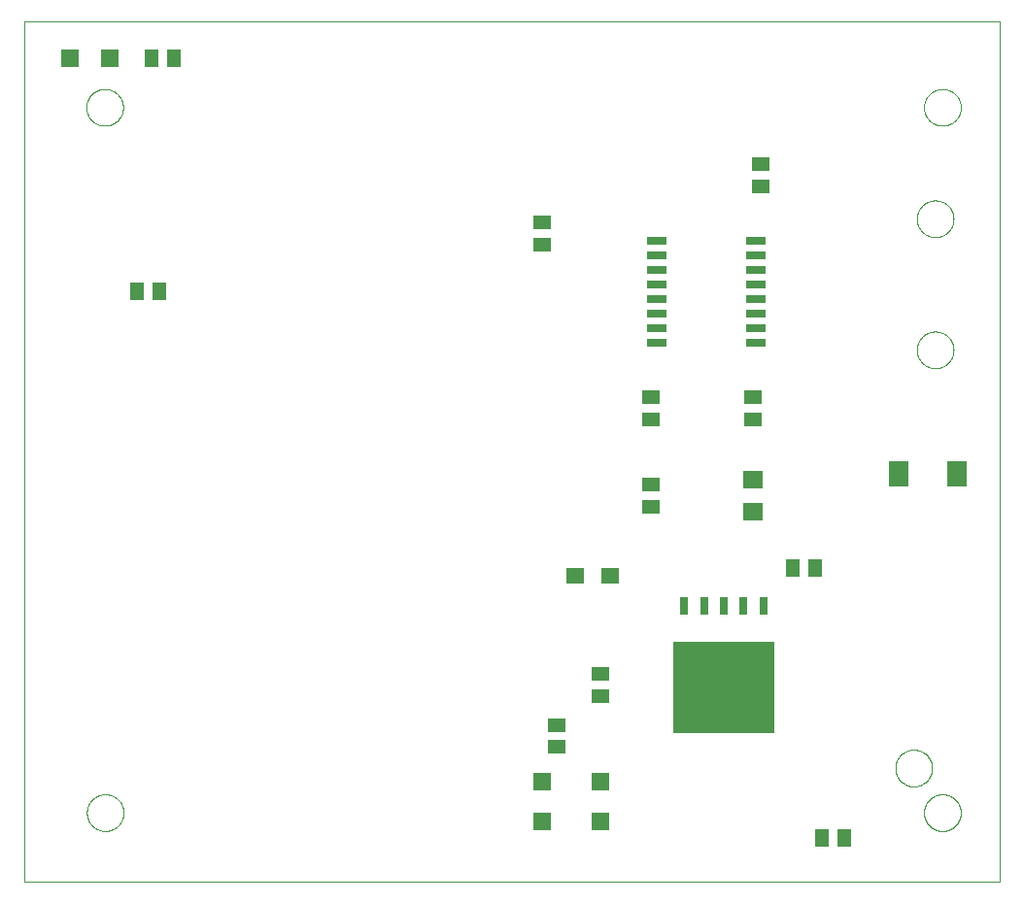
<source format=gtp>
G75*
%MOIN*%
%OFA0B0*%
%FSLAX25Y25*%
%IPPOS*%
%LPD*%
%AMOC8*
5,1,8,0,0,1.08239X$1,22.5*
%
%ADD10C,0.00000*%
%ADD11R,0.07087X0.08661*%
%ADD12R,0.06575X0.02992*%
%ADD13R,0.05906X0.05118*%
%ADD14R,0.07087X0.06299*%
%ADD15R,0.02953X0.05906*%
%ADD16R,0.34646X0.31496*%
%ADD17R,0.06299X0.05512*%
%ADD18R,0.05118X0.05906*%
%ADD19R,0.05906X0.05906*%
D10*
X0021800Y0006800D02*
X0021800Y0302076D01*
X0356446Y0302076D01*
X0356446Y0006800D01*
X0021800Y0006800D01*
X0043218Y0030422D02*
X0043220Y0030580D01*
X0043226Y0030738D01*
X0043236Y0030896D01*
X0043250Y0031054D01*
X0043268Y0031211D01*
X0043289Y0031368D01*
X0043315Y0031524D01*
X0043345Y0031680D01*
X0043378Y0031835D01*
X0043416Y0031988D01*
X0043457Y0032141D01*
X0043502Y0032293D01*
X0043551Y0032444D01*
X0043604Y0032593D01*
X0043660Y0032741D01*
X0043720Y0032887D01*
X0043784Y0033032D01*
X0043852Y0033175D01*
X0043923Y0033317D01*
X0043997Y0033457D01*
X0044075Y0033594D01*
X0044157Y0033730D01*
X0044241Y0033864D01*
X0044330Y0033995D01*
X0044421Y0034124D01*
X0044516Y0034251D01*
X0044613Y0034376D01*
X0044714Y0034498D01*
X0044818Y0034617D01*
X0044925Y0034734D01*
X0045035Y0034848D01*
X0045148Y0034959D01*
X0045263Y0035068D01*
X0045381Y0035173D01*
X0045502Y0035275D01*
X0045625Y0035375D01*
X0045751Y0035471D01*
X0045879Y0035564D01*
X0046009Y0035654D01*
X0046142Y0035740D01*
X0046277Y0035824D01*
X0046413Y0035903D01*
X0046552Y0035980D01*
X0046693Y0036052D01*
X0046835Y0036122D01*
X0046979Y0036187D01*
X0047125Y0036249D01*
X0047272Y0036307D01*
X0047421Y0036362D01*
X0047571Y0036413D01*
X0047722Y0036460D01*
X0047874Y0036503D01*
X0048027Y0036542D01*
X0048182Y0036578D01*
X0048337Y0036609D01*
X0048493Y0036637D01*
X0048649Y0036661D01*
X0048806Y0036681D01*
X0048964Y0036697D01*
X0049121Y0036709D01*
X0049280Y0036717D01*
X0049438Y0036721D01*
X0049596Y0036721D01*
X0049754Y0036717D01*
X0049913Y0036709D01*
X0050070Y0036697D01*
X0050228Y0036681D01*
X0050385Y0036661D01*
X0050541Y0036637D01*
X0050697Y0036609D01*
X0050852Y0036578D01*
X0051007Y0036542D01*
X0051160Y0036503D01*
X0051312Y0036460D01*
X0051463Y0036413D01*
X0051613Y0036362D01*
X0051762Y0036307D01*
X0051909Y0036249D01*
X0052055Y0036187D01*
X0052199Y0036122D01*
X0052341Y0036052D01*
X0052482Y0035980D01*
X0052621Y0035903D01*
X0052757Y0035824D01*
X0052892Y0035740D01*
X0053025Y0035654D01*
X0053155Y0035564D01*
X0053283Y0035471D01*
X0053409Y0035375D01*
X0053532Y0035275D01*
X0053653Y0035173D01*
X0053771Y0035068D01*
X0053886Y0034959D01*
X0053999Y0034848D01*
X0054109Y0034734D01*
X0054216Y0034617D01*
X0054320Y0034498D01*
X0054421Y0034376D01*
X0054518Y0034251D01*
X0054613Y0034124D01*
X0054704Y0033995D01*
X0054793Y0033864D01*
X0054877Y0033730D01*
X0054959Y0033594D01*
X0055037Y0033457D01*
X0055111Y0033317D01*
X0055182Y0033175D01*
X0055250Y0033032D01*
X0055314Y0032887D01*
X0055374Y0032741D01*
X0055430Y0032593D01*
X0055483Y0032444D01*
X0055532Y0032293D01*
X0055577Y0032141D01*
X0055618Y0031988D01*
X0055656Y0031835D01*
X0055689Y0031680D01*
X0055719Y0031524D01*
X0055745Y0031368D01*
X0055766Y0031211D01*
X0055784Y0031054D01*
X0055798Y0030896D01*
X0055808Y0030738D01*
X0055814Y0030580D01*
X0055816Y0030422D01*
X0055814Y0030264D01*
X0055808Y0030106D01*
X0055798Y0029948D01*
X0055784Y0029790D01*
X0055766Y0029633D01*
X0055745Y0029476D01*
X0055719Y0029320D01*
X0055689Y0029164D01*
X0055656Y0029009D01*
X0055618Y0028856D01*
X0055577Y0028703D01*
X0055532Y0028551D01*
X0055483Y0028400D01*
X0055430Y0028251D01*
X0055374Y0028103D01*
X0055314Y0027957D01*
X0055250Y0027812D01*
X0055182Y0027669D01*
X0055111Y0027527D01*
X0055037Y0027387D01*
X0054959Y0027250D01*
X0054877Y0027114D01*
X0054793Y0026980D01*
X0054704Y0026849D01*
X0054613Y0026720D01*
X0054518Y0026593D01*
X0054421Y0026468D01*
X0054320Y0026346D01*
X0054216Y0026227D01*
X0054109Y0026110D01*
X0053999Y0025996D01*
X0053886Y0025885D01*
X0053771Y0025776D01*
X0053653Y0025671D01*
X0053532Y0025569D01*
X0053409Y0025469D01*
X0053283Y0025373D01*
X0053155Y0025280D01*
X0053025Y0025190D01*
X0052892Y0025104D01*
X0052757Y0025020D01*
X0052621Y0024941D01*
X0052482Y0024864D01*
X0052341Y0024792D01*
X0052199Y0024722D01*
X0052055Y0024657D01*
X0051909Y0024595D01*
X0051762Y0024537D01*
X0051613Y0024482D01*
X0051463Y0024431D01*
X0051312Y0024384D01*
X0051160Y0024341D01*
X0051007Y0024302D01*
X0050852Y0024266D01*
X0050697Y0024235D01*
X0050541Y0024207D01*
X0050385Y0024183D01*
X0050228Y0024163D01*
X0050070Y0024147D01*
X0049913Y0024135D01*
X0049754Y0024127D01*
X0049596Y0024123D01*
X0049438Y0024123D01*
X0049280Y0024127D01*
X0049121Y0024135D01*
X0048964Y0024147D01*
X0048806Y0024163D01*
X0048649Y0024183D01*
X0048493Y0024207D01*
X0048337Y0024235D01*
X0048182Y0024266D01*
X0048027Y0024302D01*
X0047874Y0024341D01*
X0047722Y0024384D01*
X0047571Y0024431D01*
X0047421Y0024482D01*
X0047272Y0024537D01*
X0047125Y0024595D01*
X0046979Y0024657D01*
X0046835Y0024722D01*
X0046693Y0024792D01*
X0046552Y0024864D01*
X0046413Y0024941D01*
X0046277Y0025020D01*
X0046142Y0025104D01*
X0046009Y0025190D01*
X0045879Y0025280D01*
X0045751Y0025373D01*
X0045625Y0025469D01*
X0045502Y0025569D01*
X0045381Y0025671D01*
X0045263Y0025776D01*
X0045148Y0025885D01*
X0045035Y0025996D01*
X0044925Y0026110D01*
X0044818Y0026227D01*
X0044714Y0026346D01*
X0044613Y0026468D01*
X0044516Y0026593D01*
X0044421Y0026720D01*
X0044330Y0026849D01*
X0044241Y0026980D01*
X0044157Y0027114D01*
X0044075Y0027250D01*
X0043997Y0027387D01*
X0043923Y0027527D01*
X0043852Y0027669D01*
X0043784Y0027812D01*
X0043720Y0027957D01*
X0043660Y0028103D01*
X0043604Y0028251D01*
X0043551Y0028400D01*
X0043502Y0028551D01*
X0043457Y0028703D01*
X0043416Y0028856D01*
X0043378Y0029009D01*
X0043345Y0029164D01*
X0043315Y0029320D01*
X0043289Y0029476D01*
X0043268Y0029633D01*
X0043250Y0029790D01*
X0043236Y0029948D01*
X0043226Y0030106D01*
X0043220Y0030264D01*
X0043218Y0030422D01*
X0320619Y0045737D02*
X0320621Y0045895D01*
X0320627Y0046053D01*
X0320637Y0046211D01*
X0320651Y0046369D01*
X0320669Y0046526D01*
X0320690Y0046683D01*
X0320716Y0046839D01*
X0320746Y0046995D01*
X0320779Y0047150D01*
X0320817Y0047303D01*
X0320858Y0047456D01*
X0320903Y0047608D01*
X0320952Y0047759D01*
X0321005Y0047908D01*
X0321061Y0048056D01*
X0321121Y0048202D01*
X0321185Y0048347D01*
X0321253Y0048490D01*
X0321324Y0048632D01*
X0321398Y0048772D01*
X0321476Y0048909D01*
X0321558Y0049045D01*
X0321642Y0049179D01*
X0321731Y0049310D01*
X0321822Y0049439D01*
X0321917Y0049566D01*
X0322014Y0049691D01*
X0322115Y0049813D01*
X0322219Y0049932D01*
X0322326Y0050049D01*
X0322436Y0050163D01*
X0322549Y0050274D01*
X0322664Y0050383D01*
X0322782Y0050488D01*
X0322903Y0050590D01*
X0323026Y0050690D01*
X0323152Y0050786D01*
X0323280Y0050879D01*
X0323410Y0050969D01*
X0323543Y0051055D01*
X0323678Y0051139D01*
X0323814Y0051218D01*
X0323953Y0051295D01*
X0324094Y0051367D01*
X0324236Y0051437D01*
X0324380Y0051502D01*
X0324526Y0051564D01*
X0324673Y0051622D01*
X0324822Y0051677D01*
X0324972Y0051728D01*
X0325123Y0051775D01*
X0325275Y0051818D01*
X0325428Y0051857D01*
X0325583Y0051893D01*
X0325738Y0051924D01*
X0325894Y0051952D01*
X0326050Y0051976D01*
X0326207Y0051996D01*
X0326365Y0052012D01*
X0326522Y0052024D01*
X0326681Y0052032D01*
X0326839Y0052036D01*
X0326997Y0052036D01*
X0327155Y0052032D01*
X0327314Y0052024D01*
X0327471Y0052012D01*
X0327629Y0051996D01*
X0327786Y0051976D01*
X0327942Y0051952D01*
X0328098Y0051924D01*
X0328253Y0051893D01*
X0328408Y0051857D01*
X0328561Y0051818D01*
X0328713Y0051775D01*
X0328864Y0051728D01*
X0329014Y0051677D01*
X0329163Y0051622D01*
X0329310Y0051564D01*
X0329456Y0051502D01*
X0329600Y0051437D01*
X0329742Y0051367D01*
X0329883Y0051295D01*
X0330022Y0051218D01*
X0330158Y0051139D01*
X0330293Y0051055D01*
X0330426Y0050969D01*
X0330556Y0050879D01*
X0330684Y0050786D01*
X0330810Y0050690D01*
X0330933Y0050590D01*
X0331054Y0050488D01*
X0331172Y0050383D01*
X0331287Y0050274D01*
X0331400Y0050163D01*
X0331510Y0050049D01*
X0331617Y0049932D01*
X0331721Y0049813D01*
X0331822Y0049691D01*
X0331919Y0049566D01*
X0332014Y0049439D01*
X0332105Y0049310D01*
X0332194Y0049179D01*
X0332278Y0049045D01*
X0332360Y0048909D01*
X0332438Y0048772D01*
X0332512Y0048632D01*
X0332583Y0048490D01*
X0332651Y0048347D01*
X0332715Y0048202D01*
X0332775Y0048056D01*
X0332831Y0047908D01*
X0332884Y0047759D01*
X0332933Y0047608D01*
X0332978Y0047456D01*
X0333019Y0047303D01*
X0333057Y0047150D01*
X0333090Y0046995D01*
X0333120Y0046839D01*
X0333146Y0046683D01*
X0333167Y0046526D01*
X0333185Y0046369D01*
X0333199Y0046211D01*
X0333209Y0046053D01*
X0333215Y0045895D01*
X0333217Y0045737D01*
X0333215Y0045579D01*
X0333209Y0045421D01*
X0333199Y0045263D01*
X0333185Y0045105D01*
X0333167Y0044948D01*
X0333146Y0044791D01*
X0333120Y0044635D01*
X0333090Y0044479D01*
X0333057Y0044324D01*
X0333019Y0044171D01*
X0332978Y0044018D01*
X0332933Y0043866D01*
X0332884Y0043715D01*
X0332831Y0043566D01*
X0332775Y0043418D01*
X0332715Y0043272D01*
X0332651Y0043127D01*
X0332583Y0042984D01*
X0332512Y0042842D01*
X0332438Y0042702D01*
X0332360Y0042565D01*
X0332278Y0042429D01*
X0332194Y0042295D01*
X0332105Y0042164D01*
X0332014Y0042035D01*
X0331919Y0041908D01*
X0331822Y0041783D01*
X0331721Y0041661D01*
X0331617Y0041542D01*
X0331510Y0041425D01*
X0331400Y0041311D01*
X0331287Y0041200D01*
X0331172Y0041091D01*
X0331054Y0040986D01*
X0330933Y0040884D01*
X0330810Y0040784D01*
X0330684Y0040688D01*
X0330556Y0040595D01*
X0330426Y0040505D01*
X0330293Y0040419D01*
X0330158Y0040335D01*
X0330022Y0040256D01*
X0329883Y0040179D01*
X0329742Y0040107D01*
X0329600Y0040037D01*
X0329456Y0039972D01*
X0329310Y0039910D01*
X0329163Y0039852D01*
X0329014Y0039797D01*
X0328864Y0039746D01*
X0328713Y0039699D01*
X0328561Y0039656D01*
X0328408Y0039617D01*
X0328253Y0039581D01*
X0328098Y0039550D01*
X0327942Y0039522D01*
X0327786Y0039498D01*
X0327629Y0039478D01*
X0327471Y0039462D01*
X0327314Y0039450D01*
X0327155Y0039442D01*
X0326997Y0039438D01*
X0326839Y0039438D01*
X0326681Y0039442D01*
X0326522Y0039450D01*
X0326365Y0039462D01*
X0326207Y0039478D01*
X0326050Y0039498D01*
X0325894Y0039522D01*
X0325738Y0039550D01*
X0325583Y0039581D01*
X0325428Y0039617D01*
X0325275Y0039656D01*
X0325123Y0039699D01*
X0324972Y0039746D01*
X0324822Y0039797D01*
X0324673Y0039852D01*
X0324526Y0039910D01*
X0324380Y0039972D01*
X0324236Y0040037D01*
X0324094Y0040107D01*
X0323953Y0040179D01*
X0323814Y0040256D01*
X0323678Y0040335D01*
X0323543Y0040419D01*
X0323410Y0040505D01*
X0323280Y0040595D01*
X0323152Y0040688D01*
X0323026Y0040784D01*
X0322903Y0040884D01*
X0322782Y0040986D01*
X0322664Y0041091D01*
X0322549Y0041200D01*
X0322436Y0041311D01*
X0322326Y0041425D01*
X0322219Y0041542D01*
X0322115Y0041661D01*
X0322014Y0041783D01*
X0321917Y0041908D01*
X0321822Y0042035D01*
X0321731Y0042164D01*
X0321642Y0042295D01*
X0321558Y0042429D01*
X0321476Y0042565D01*
X0321398Y0042702D01*
X0321324Y0042842D01*
X0321253Y0042984D01*
X0321185Y0043127D01*
X0321121Y0043272D01*
X0321061Y0043418D01*
X0321005Y0043566D01*
X0320952Y0043715D01*
X0320903Y0043866D01*
X0320858Y0044018D01*
X0320817Y0044171D01*
X0320779Y0044324D01*
X0320746Y0044479D01*
X0320716Y0044635D01*
X0320690Y0044791D01*
X0320669Y0044948D01*
X0320651Y0045105D01*
X0320637Y0045263D01*
X0320627Y0045421D01*
X0320621Y0045579D01*
X0320619Y0045737D01*
X0330462Y0030422D02*
X0330464Y0030580D01*
X0330470Y0030738D01*
X0330480Y0030896D01*
X0330494Y0031054D01*
X0330512Y0031211D01*
X0330533Y0031368D01*
X0330559Y0031524D01*
X0330589Y0031680D01*
X0330622Y0031835D01*
X0330660Y0031988D01*
X0330701Y0032141D01*
X0330746Y0032293D01*
X0330795Y0032444D01*
X0330848Y0032593D01*
X0330904Y0032741D01*
X0330964Y0032887D01*
X0331028Y0033032D01*
X0331096Y0033175D01*
X0331167Y0033317D01*
X0331241Y0033457D01*
X0331319Y0033594D01*
X0331401Y0033730D01*
X0331485Y0033864D01*
X0331574Y0033995D01*
X0331665Y0034124D01*
X0331760Y0034251D01*
X0331857Y0034376D01*
X0331958Y0034498D01*
X0332062Y0034617D01*
X0332169Y0034734D01*
X0332279Y0034848D01*
X0332392Y0034959D01*
X0332507Y0035068D01*
X0332625Y0035173D01*
X0332746Y0035275D01*
X0332869Y0035375D01*
X0332995Y0035471D01*
X0333123Y0035564D01*
X0333253Y0035654D01*
X0333386Y0035740D01*
X0333521Y0035824D01*
X0333657Y0035903D01*
X0333796Y0035980D01*
X0333937Y0036052D01*
X0334079Y0036122D01*
X0334223Y0036187D01*
X0334369Y0036249D01*
X0334516Y0036307D01*
X0334665Y0036362D01*
X0334815Y0036413D01*
X0334966Y0036460D01*
X0335118Y0036503D01*
X0335271Y0036542D01*
X0335426Y0036578D01*
X0335581Y0036609D01*
X0335737Y0036637D01*
X0335893Y0036661D01*
X0336050Y0036681D01*
X0336208Y0036697D01*
X0336365Y0036709D01*
X0336524Y0036717D01*
X0336682Y0036721D01*
X0336840Y0036721D01*
X0336998Y0036717D01*
X0337157Y0036709D01*
X0337314Y0036697D01*
X0337472Y0036681D01*
X0337629Y0036661D01*
X0337785Y0036637D01*
X0337941Y0036609D01*
X0338096Y0036578D01*
X0338251Y0036542D01*
X0338404Y0036503D01*
X0338556Y0036460D01*
X0338707Y0036413D01*
X0338857Y0036362D01*
X0339006Y0036307D01*
X0339153Y0036249D01*
X0339299Y0036187D01*
X0339443Y0036122D01*
X0339585Y0036052D01*
X0339726Y0035980D01*
X0339865Y0035903D01*
X0340001Y0035824D01*
X0340136Y0035740D01*
X0340269Y0035654D01*
X0340399Y0035564D01*
X0340527Y0035471D01*
X0340653Y0035375D01*
X0340776Y0035275D01*
X0340897Y0035173D01*
X0341015Y0035068D01*
X0341130Y0034959D01*
X0341243Y0034848D01*
X0341353Y0034734D01*
X0341460Y0034617D01*
X0341564Y0034498D01*
X0341665Y0034376D01*
X0341762Y0034251D01*
X0341857Y0034124D01*
X0341948Y0033995D01*
X0342037Y0033864D01*
X0342121Y0033730D01*
X0342203Y0033594D01*
X0342281Y0033457D01*
X0342355Y0033317D01*
X0342426Y0033175D01*
X0342494Y0033032D01*
X0342558Y0032887D01*
X0342618Y0032741D01*
X0342674Y0032593D01*
X0342727Y0032444D01*
X0342776Y0032293D01*
X0342821Y0032141D01*
X0342862Y0031988D01*
X0342900Y0031835D01*
X0342933Y0031680D01*
X0342963Y0031524D01*
X0342989Y0031368D01*
X0343010Y0031211D01*
X0343028Y0031054D01*
X0343042Y0030896D01*
X0343052Y0030738D01*
X0343058Y0030580D01*
X0343060Y0030422D01*
X0343058Y0030264D01*
X0343052Y0030106D01*
X0343042Y0029948D01*
X0343028Y0029790D01*
X0343010Y0029633D01*
X0342989Y0029476D01*
X0342963Y0029320D01*
X0342933Y0029164D01*
X0342900Y0029009D01*
X0342862Y0028856D01*
X0342821Y0028703D01*
X0342776Y0028551D01*
X0342727Y0028400D01*
X0342674Y0028251D01*
X0342618Y0028103D01*
X0342558Y0027957D01*
X0342494Y0027812D01*
X0342426Y0027669D01*
X0342355Y0027527D01*
X0342281Y0027387D01*
X0342203Y0027250D01*
X0342121Y0027114D01*
X0342037Y0026980D01*
X0341948Y0026849D01*
X0341857Y0026720D01*
X0341762Y0026593D01*
X0341665Y0026468D01*
X0341564Y0026346D01*
X0341460Y0026227D01*
X0341353Y0026110D01*
X0341243Y0025996D01*
X0341130Y0025885D01*
X0341015Y0025776D01*
X0340897Y0025671D01*
X0340776Y0025569D01*
X0340653Y0025469D01*
X0340527Y0025373D01*
X0340399Y0025280D01*
X0340269Y0025190D01*
X0340136Y0025104D01*
X0340001Y0025020D01*
X0339865Y0024941D01*
X0339726Y0024864D01*
X0339585Y0024792D01*
X0339443Y0024722D01*
X0339299Y0024657D01*
X0339153Y0024595D01*
X0339006Y0024537D01*
X0338857Y0024482D01*
X0338707Y0024431D01*
X0338556Y0024384D01*
X0338404Y0024341D01*
X0338251Y0024302D01*
X0338096Y0024266D01*
X0337941Y0024235D01*
X0337785Y0024207D01*
X0337629Y0024183D01*
X0337472Y0024163D01*
X0337314Y0024147D01*
X0337157Y0024135D01*
X0336998Y0024127D01*
X0336840Y0024123D01*
X0336682Y0024123D01*
X0336524Y0024127D01*
X0336365Y0024135D01*
X0336208Y0024147D01*
X0336050Y0024163D01*
X0335893Y0024183D01*
X0335737Y0024207D01*
X0335581Y0024235D01*
X0335426Y0024266D01*
X0335271Y0024302D01*
X0335118Y0024341D01*
X0334966Y0024384D01*
X0334815Y0024431D01*
X0334665Y0024482D01*
X0334516Y0024537D01*
X0334369Y0024595D01*
X0334223Y0024657D01*
X0334079Y0024722D01*
X0333937Y0024792D01*
X0333796Y0024864D01*
X0333657Y0024941D01*
X0333521Y0025020D01*
X0333386Y0025104D01*
X0333253Y0025190D01*
X0333123Y0025280D01*
X0332995Y0025373D01*
X0332869Y0025469D01*
X0332746Y0025569D01*
X0332625Y0025671D01*
X0332507Y0025776D01*
X0332392Y0025885D01*
X0332279Y0025996D01*
X0332169Y0026110D01*
X0332062Y0026227D01*
X0331958Y0026346D01*
X0331857Y0026468D01*
X0331760Y0026593D01*
X0331665Y0026720D01*
X0331574Y0026849D01*
X0331485Y0026980D01*
X0331401Y0027114D01*
X0331319Y0027250D01*
X0331241Y0027387D01*
X0331167Y0027527D01*
X0331096Y0027669D01*
X0331028Y0027812D01*
X0330964Y0027957D01*
X0330904Y0028103D01*
X0330848Y0028251D01*
X0330795Y0028400D01*
X0330746Y0028551D01*
X0330701Y0028703D01*
X0330660Y0028856D01*
X0330622Y0029009D01*
X0330589Y0029164D01*
X0330559Y0029320D01*
X0330533Y0029476D01*
X0330512Y0029633D01*
X0330494Y0029790D01*
X0330480Y0029948D01*
X0330470Y0030106D01*
X0330464Y0030264D01*
X0330462Y0030422D01*
X0328001Y0189300D02*
X0328003Y0189458D01*
X0328009Y0189616D01*
X0328019Y0189774D01*
X0328033Y0189932D01*
X0328051Y0190089D01*
X0328072Y0190246D01*
X0328098Y0190402D01*
X0328128Y0190558D01*
X0328161Y0190713D01*
X0328199Y0190866D01*
X0328240Y0191019D01*
X0328285Y0191171D01*
X0328334Y0191322D01*
X0328387Y0191471D01*
X0328443Y0191619D01*
X0328503Y0191765D01*
X0328567Y0191910D01*
X0328635Y0192053D01*
X0328706Y0192195D01*
X0328780Y0192335D01*
X0328858Y0192472D01*
X0328940Y0192608D01*
X0329024Y0192742D01*
X0329113Y0192873D01*
X0329204Y0193002D01*
X0329299Y0193129D01*
X0329396Y0193254D01*
X0329497Y0193376D01*
X0329601Y0193495D01*
X0329708Y0193612D01*
X0329818Y0193726D01*
X0329931Y0193837D01*
X0330046Y0193946D01*
X0330164Y0194051D01*
X0330285Y0194153D01*
X0330408Y0194253D01*
X0330534Y0194349D01*
X0330662Y0194442D01*
X0330792Y0194532D01*
X0330925Y0194618D01*
X0331060Y0194702D01*
X0331196Y0194781D01*
X0331335Y0194858D01*
X0331476Y0194930D01*
X0331618Y0195000D01*
X0331762Y0195065D01*
X0331908Y0195127D01*
X0332055Y0195185D01*
X0332204Y0195240D01*
X0332354Y0195291D01*
X0332505Y0195338D01*
X0332657Y0195381D01*
X0332810Y0195420D01*
X0332965Y0195456D01*
X0333120Y0195487D01*
X0333276Y0195515D01*
X0333432Y0195539D01*
X0333589Y0195559D01*
X0333747Y0195575D01*
X0333904Y0195587D01*
X0334063Y0195595D01*
X0334221Y0195599D01*
X0334379Y0195599D01*
X0334537Y0195595D01*
X0334696Y0195587D01*
X0334853Y0195575D01*
X0335011Y0195559D01*
X0335168Y0195539D01*
X0335324Y0195515D01*
X0335480Y0195487D01*
X0335635Y0195456D01*
X0335790Y0195420D01*
X0335943Y0195381D01*
X0336095Y0195338D01*
X0336246Y0195291D01*
X0336396Y0195240D01*
X0336545Y0195185D01*
X0336692Y0195127D01*
X0336838Y0195065D01*
X0336982Y0195000D01*
X0337124Y0194930D01*
X0337265Y0194858D01*
X0337404Y0194781D01*
X0337540Y0194702D01*
X0337675Y0194618D01*
X0337808Y0194532D01*
X0337938Y0194442D01*
X0338066Y0194349D01*
X0338192Y0194253D01*
X0338315Y0194153D01*
X0338436Y0194051D01*
X0338554Y0193946D01*
X0338669Y0193837D01*
X0338782Y0193726D01*
X0338892Y0193612D01*
X0338999Y0193495D01*
X0339103Y0193376D01*
X0339204Y0193254D01*
X0339301Y0193129D01*
X0339396Y0193002D01*
X0339487Y0192873D01*
X0339576Y0192742D01*
X0339660Y0192608D01*
X0339742Y0192472D01*
X0339820Y0192335D01*
X0339894Y0192195D01*
X0339965Y0192053D01*
X0340033Y0191910D01*
X0340097Y0191765D01*
X0340157Y0191619D01*
X0340213Y0191471D01*
X0340266Y0191322D01*
X0340315Y0191171D01*
X0340360Y0191019D01*
X0340401Y0190866D01*
X0340439Y0190713D01*
X0340472Y0190558D01*
X0340502Y0190402D01*
X0340528Y0190246D01*
X0340549Y0190089D01*
X0340567Y0189932D01*
X0340581Y0189774D01*
X0340591Y0189616D01*
X0340597Y0189458D01*
X0340599Y0189300D01*
X0340597Y0189142D01*
X0340591Y0188984D01*
X0340581Y0188826D01*
X0340567Y0188668D01*
X0340549Y0188511D01*
X0340528Y0188354D01*
X0340502Y0188198D01*
X0340472Y0188042D01*
X0340439Y0187887D01*
X0340401Y0187734D01*
X0340360Y0187581D01*
X0340315Y0187429D01*
X0340266Y0187278D01*
X0340213Y0187129D01*
X0340157Y0186981D01*
X0340097Y0186835D01*
X0340033Y0186690D01*
X0339965Y0186547D01*
X0339894Y0186405D01*
X0339820Y0186265D01*
X0339742Y0186128D01*
X0339660Y0185992D01*
X0339576Y0185858D01*
X0339487Y0185727D01*
X0339396Y0185598D01*
X0339301Y0185471D01*
X0339204Y0185346D01*
X0339103Y0185224D01*
X0338999Y0185105D01*
X0338892Y0184988D01*
X0338782Y0184874D01*
X0338669Y0184763D01*
X0338554Y0184654D01*
X0338436Y0184549D01*
X0338315Y0184447D01*
X0338192Y0184347D01*
X0338066Y0184251D01*
X0337938Y0184158D01*
X0337808Y0184068D01*
X0337675Y0183982D01*
X0337540Y0183898D01*
X0337404Y0183819D01*
X0337265Y0183742D01*
X0337124Y0183670D01*
X0336982Y0183600D01*
X0336838Y0183535D01*
X0336692Y0183473D01*
X0336545Y0183415D01*
X0336396Y0183360D01*
X0336246Y0183309D01*
X0336095Y0183262D01*
X0335943Y0183219D01*
X0335790Y0183180D01*
X0335635Y0183144D01*
X0335480Y0183113D01*
X0335324Y0183085D01*
X0335168Y0183061D01*
X0335011Y0183041D01*
X0334853Y0183025D01*
X0334696Y0183013D01*
X0334537Y0183005D01*
X0334379Y0183001D01*
X0334221Y0183001D01*
X0334063Y0183005D01*
X0333904Y0183013D01*
X0333747Y0183025D01*
X0333589Y0183041D01*
X0333432Y0183061D01*
X0333276Y0183085D01*
X0333120Y0183113D01*
X0332965Y0183144D01*
X0332810Y0183180D01*
X0332657Y0183219D01*
X0332505Y0183262D01*
X0332354Y0183309D01*
X0332204Y0183360D01*
X0332055Y0183415D01*
X0331908Y0183473D01*
X0331762Y0183535D01*
X0331618Y0183600D01*
X0331476Y0183670D01*
X0331335Y0183742D01*
X0331196Y0183819D01*
X0331060Y0183898D01*
X0330925Y0183982D01*
X0330792Y0184068D01*
X0330662Y0184158D01*
X0330534Y0184251D01*
X0330408Y0184347D01*
X0330285Y0184447D01*
X0330164Y0184549D01*
X0330046Y0184654D01*
X0329931Y0184763D01*
X0329818Y0184874D01*
X0329708Y0184988D01*
X0329601Y0185105D01*
X0329497Y0185224D01*
X0329396Y0185346D01*
X0329299Y0185471D01*
X0329204Y0185598D01*
X0329113Y0185727D01*
X0329024Y0185858D01*
X0328940Y0185992D01*
X0328858Y0186128D01*
X0328780Y0186265D01*
X0328706Y0186405D01*
X0328635Y0186547D01*
X0328567Y0186690D01*
X0328503Y0186835D01*
X0328443Y0186981D01*
X0328387Y0187129D01*
X0328334Y0187278D01*
X0328285Y0187429D01*
X0328240Y0187581D01*
X0328199Y0187734D01*
X0328161Y0187887D01*
X0328128Y0188042D01*
X0328098Y0188198D01*
X0328072Y0188354D01*
X0328051Y0188511D01*
X0328033Y0188668D01*
X0328019Y0188826D01*
X0328009Y0188984D01*
X0328003Y0189142D01*
X0328001Y0189300D01*
X0328001Y0234300D02*
X0328003Y0234458D01*
X0328009Y0234616D01*
X0328019Y0234774D01*
X0328033Y0234932D01*
X0328051Y0235089D01*
X0328072Y0235246D01*
X0328098Y0235402D01*
X0328128Y0235558D01*
X0328161Y0235713D01*
X0328199Y0235866D01*
X0328240Y0236019D01*
X0328285Y0236171D01*
X0328334Y0236322D01*
X0328387Y0236471D01*
X0328443Y0236619D01*
X0328503Y0236765D01*
X0328567Y0236910D01*
X0328635Y0237053D01*
X0328706Y0237195D01*
X0328780Y0237335D01*
X0328858Y0237472D01*
X0328940Y0237608D01*
X0329024Y0237742D01*
X0329113Y0237873D01*
X0329204Y0238002D01*
X0329299Y0238129D01*
X0329396Y0238254D01*
X0329497Y0238376D01*
X0329601Y0238495D01*
X0329708Y0238612D01*
X0329818Y0238726D01*
X0329931Y0238837D01*
X0330046Y0238946D01*
X0330164Y0239051D01*
X0330285Y0239153D01*
X0330408Y0239253D01*
X0330534Y0239349D01*
X0330662Y0239442D01*
X0330792Y0239532D01*
X0330925Y0239618D01*
X0331060Y0239702D01*
X0331196Y0239781D01*
X0331335Y0239858D01*
X0331476Y0239930D01*
X0331618Y0240000D01*
X0331762Y0240065D01*
X0331908Y0240127D01*
X0332055Y0240185D01*
X0332204Y0240240D01*
X0332354Y0240291D01*
X0332505Y0240338D01*
X0332657Y0240381D01*
X0332810Y0240420D01*
X0332965Y0240456D01*
X0333120Y0240487D01*
X0333276Y0240515D01*
X0333432Y0240539D01*
X0333589Y0240559D01*
X0333747Y0240575D01*
X0333904Y0240587D01*
X0334063Y0240595D01*
X0334221Y0240599D01*
X0334379Y0240599D01*
X0334537Y0240595D01*
X0334696Y0240587D01*
X0334853Y0240575D01*
X0335011Y0240559D01*
X0335168Y0240539D01*
X0335324Y0240515D01*
X0335480Y0240487D01*
X0335635Y0240456D01*
X0335790Y0240420D01*
X0335943Y0240381D01*
X0336095Y0240338D01*
X0336246Y0240291D01*
X0336396Y0240240D01*
X0336545Y0240185D01*
X0336692Y0240127D01*
X0336838Y0240065D01*
X0336982Y0240000D01*
X0337124Y0239930D01*
X0337265Y0239858D01*
X0337404Y0239781D01*
X0337540Y0239702D01*
X0337675Y0239618D01*
X0337808Y0239532D01*
X0337938Y0239442D01*
X0338066Y0239349D01*
X0338192Y0239253D01*
X0338315Y0239153D01*
X0338436Y0239051D01*
X0338554Y0238946D01*
X0338669Y0238837D01*
X0338782Y0238726D01*
X0338892Y0238612D01*
X0338999Y0238495D01*
X0339103Y0238376D01*
X0339204Y0238254D01*
X0339301Y0238129D01*
X0339396Y0238002D01*
X0339487Y0237873D01*
X0339576Y0237742D01*
X0339660Y0237608D01*
X0339742Y0237472D01*
X0339820Y0237335D01*
X0339894Y0237195D01*
X0339965Y0237053D01*
X0340033Y0236910D01*
X0340097Y0236765D01*
X0340157Y0236619D01*
X0340213Y0236471D01*
X0340266Y0236322D01*
X0340315Y0236171D01*
X0340360Y0236019D01*
X0340401Y0235866D01*
X0340439Y0235713D01*
X0340472Y0235558D01*
X0340502Y0235402D01*
X0340528Y0235246D01*
X0340549Y0235089D01*
X0340567Y0234932D01*
X0340581Y0234774D01*
X0340591Y0234616D01*
X0340597Y0234458D01*
X0340599Y0234300D01*
X0340597Y0234142D01*
X0340591Y0233984D01*
X0340581Y0233826D01*
X0340567Y0233668D01*
X0340549Y0233511D01*
X0340528Y0233354D01*
X0340502Y0233198D01*
X0340472Y0233042D01*
X0340439Y0232887D01*
X0340401Y0232734D01*
X0340360Y0232581D01*
X0340315Y0232429D01*
X0340266Y0232278D01*
X0340213Y0232129D01*
X0340157Y0231981D01*
X0340097Y0231835D01*
X0340033Y0231690D01*
X0339965Y0231547D01*
X0339894Y0231405D01*
X0339820Y0231265D01*
X0339742Y0231128D01*
X0339660Y0230992D01*
X0339576Y0230858D01*
X0339487Y0230727D01*
X0339396Y0230598D01*
X0339301Y0230471D01*
X0339204Y0230346D01*
X0339103Y0230224D01*
X0338999Y0230105D01*
X0338892Y0229988D01*
X0338782Y0229874D01*
X0338669Y0229763D01*
X0338554Y0229654D01*
X0338436Y0229549D01*
X0338315Y0229447D01*
X0338192Y0229347D01*
X0338066Y0229251D01*
X0337938Y0229158D01*
X0337808Y0229068D01*
X0337675Y0228982D01*
X0337540Y0228898D01*
X0337404Y0228819D01*
X0337265Y0228742D01*
X0337124Y0228670D01*
X0336982Y0228600D01*
X0336838Y0228535D01*
X0336692Y0228473D01*
X0336545Y0228415D01*
X0336396Y0228360D01*
X0336246Y0228309D01*
X0336095Y0228262D01*
X0335943Y0228219D01*
X0335790Y0228180D01*
X0335635Y0228144D01*
X0335480Y0228113D01*
X0335324Y0228085D01*
X0335168Y0228061D01*
X0335011Y0228041D01*
X0334853Y0228025D01*
X0334696Y0228013D01*
X0334537Y0228005D01*
X0334379Y0228001D01*
X0334221Y0228001D01*
X0334063Y0228005D01*
X0333904Y0228013D01*
X0333747Y0228025D01*
X0333589Y0228041D01*
X0333432Y0228061D01*
X0333276Y0228085D01*
X0333120Y0228113D01*
X0332965Y0228144D01*
X0332810Y0228180D01*
X0332657Y0228219D01*
X0332505Y0228262D01*
X0332354Y0228309D01*
X0332204Y0228360D01*
X0332055Y0228415D01*
X0331908Y0228473D01*
X0331762Y0228535D01*
X0331618Y0228600D01*
X0331476Y0228670D01*
X0331335Y0228742D01*
X0331196Y0228819D01*
X0331060Y0228898D01*
X0330925Y0228982D01*
X0330792Y0229068D01*
X0330662Y0229158D01*
X0330534Y0229251D01*
X0330408Y0229347D01*
X0330285Y0229447D01*
X0330164Y0229549D01*
X0330046Y0229654D01*
X0329931Y0229763D01*
X0329818Y0229874D01*
X0329708Y0229988D01*
X0329601Y0230105D01*
X0329497Y0230224D01*
X0329396Y0230346D01*
X0329299Y0230471D01*
X0329204Y0230598D01*
X0329113Y0230727D01*
X0329024Y0230858D01*
X0328940Y0230992D01*
X0328858Y0231128D01*
X0328780Y0231265D01*
X0328706Y0231405D01*
X0328635Y0231547D01*
X0328567Y0231690D01*
X0328503Y0231835D01*
X0328443Y0231981D01*
X0328387Y0232129D01*
X0328334Y0232278D01*
X0328285Y0232429D01*
X0328240Y0232581D01*
X0328199Y0232734D01*
X0328161Y0232887D01*
X0328128Y0233042D01*
X0328098Y0233198D01*
X0328072Y0233354D01*
X0328051Y0233511D01*
X0328033Y0233668D01*
X0328019Y0233826D01*
X0328009Y0233984D01*
X0328003Y0234142D01*
X0328001Y0234300D01*
X0330462Y0272548D02*
X0330464Y0272706D01*
X0330470Y0272864D01*
X0330480Y0273022D01*
X0330494Y0273180D01*
X0330512Y0273337D01*
X0330533Y0273494D01*
X0330559Y0273650D01*
X0330589Y0273806D01*
X0330622Y0273961D01*
X0330660Y0274114D01*
X0330701Y0274267D01*
X0330746Y0274419D01*
X0330795Y0274570D01*
X0330848Y0274719D01*
X0330904Y0274867D01*
X0330964Y0275013D01*
X0331028Y0275158D01*
X0331096Y0275301D01*
X0331167Y0275443D01*
X0331241Y0275583D01*
X0331319Y0275720D01*
X0331401Y0275856D01*
X0331485Y0275990D01*
X0331574Y0276121D01*
X0331665Y0276250D01*
X0331760Y0276377D01*
X0331857Y0276502D01*
X0331958Y0276624D01*
X0332062Y0276743D01*
X0332169Y0276860D01*
X0332279Y0276974D01*
X0332392Y0277085D01*
X0332507Y0277194D01*
X0332625Y0277299D01*
X0332746Y0277401D01*
X0332869Y0277501D01*
X0332995Y0277597D01*
X0333123Y0277690D01*
X0333253Y0277780D01*
X0333386Y0277866D01*
X0333521Y0277950D01*
X0333657Y0278029D01*
X0333796Y0278106D01*
X0333937Y0278178D01*
X0334079Y0278248D01*
X0334223Y0278313D01*
X0334369Y0278375D01*
X0334516Y0278433D01*
X0334665Y0278488D01*
X0334815Y0278539D01*
X0334966Y0278586D01*
X0335118Y0278629D01*
X0335271Y0278668D01*
X0335426Y0278704D01*
X0335581Y0278735D01*
X0335737Y0278763D01*
X0335893Y0278787D01*
X0336050Y0278807D01*
X0336208Y0278823D01*
X0336365Y0278835D01*
X0336524Y0278843D01*
X0336682Y0278847D01*
X0336840Y0278847D01*
X0336998Y0278843D01*
X0337157Y0278835D01*
X0337314Y0278823D01*
X0337472Y0278807D01*
X0337629Y0278787D01*
X0337785Y0278763D01*
X0337941Y0278735D01*
X0338096Y0278704D01*
X0338251Y0278668D01*
X0338404Y0278629D01*
X0338556Y0278586D01*
X0338707Y0278539D01*
X0338857Y0278488D01*
X0339006Y0278433D01*
X0339153Y0278375D01*
X0339299Y0278313D01*
X0339443Y0278248D01*
X0339585Y0278178D01*
X0339726Y0278106D01*
X0339865Y0278029D01*
X0340001Y0277950D01*
X0340136Y0277866D01*
X0340269Y0277780D01*
X0340399Y0277690D01*
X0340527Y0277597D01*
X0340653Y0277501D01*
X0340776Y0277401D01*
X0340897Y0277299D01*
X0341015Y0277194D01*
X0341130Y0277085D01*
X0341243Y0276974D01*
X0341353Y0276860D01*
X0341460Y0276743D01*
X0341564Y0276624D01*
X0341665Y0276502D01*
X0341762Y0276377D01*
X0341857Y0276250D01*
X0341948Y0276121D01*
X0342037Y0275990D01*
X0342121Y0275856D01*
X0342203Y0275720D01*
X0342281Y0275583D01*
X0342355Y0275443D01*
X0342426Y0275301D01*
X0342494Y0275158D01*
X0342558Y0275013D01*
X0342618Y0274867D01*
X0342674Y0274719D01*
X0342727Y0274570D01*
X0342776Y0274419D01*
X0342821Y0274267D01*
X0342862Y0274114D01*
X0342900Y0273961D01*
X0342933Y0273806D01*
X0342963Y0273650D01*
X0342989Y0273494D01*
X0343010Y0273337D01*
X0343028Y0273180D01*
X0343042Y0273022D01*
X0343052Y0272864D01*
X0343058Y0272706D01*
X0343060Y0272548D01*
X0343058Y0272390D01*
X0343052Y0272232D01*
X0343042Y0272074D01*
X0343028Y0271916D01*
X0343010Y0271759D01*
X0342989Y0271602D01*
X0342963Y0271446D01*
X0342933Y0271290D01*
X0342900Y0271135D01*
X0342862Y0270982D01*
X0342821Y0270829D01*
X0342776Y0270677D01*
X0342727Y0270526D01*
X0342674Y0270377D01*
X0342618Y0270229D01*
X0342558Y0270083D01*
X0342494Y0269938D01*
X0342426Y0269795D01*
X0342355Y0269653D01*
X0342281Y0269513D01*
X0342203Y0269376D01*
X0342121Y0269240D01*
X0342037Y0269106D01*
X0341948Y0268975D01*
X0341857Y0268846D01*
X0341762Y0268719D01*
X0341665Y0268594D01*
X0341564Y0268472D01*
X0341460Y0268353D01*
X0341353Y0268236D01*
X0341243Y0268122D01*
X0341130Y0268011D01*
X0341015Y0267902D01*
X0340897Y0267797D01*
X0340776Y0267695D01*
X0340653Y0267595D01*
X0340527Y0267499D01*
X0340399Y0267406D01*
X0340269Y0267316D01*
X0340136Y0267230D01*
X0340001Y0267146D01*
X0339865Y0267067D01*
X0339726Y0266990D01*
X0339585Y0266918D01*
X0339443Y0266848D01*
X0339299Y0266783D01*
X0339153Y0266721D01*
X0339006Y0266663D01*
X0338857Y0266608D01*
X0338707Y0266557D01*
X0338556Y0266510D01*
X0338404Y0266467D01*
X0338251Y0266428D01*
X0338096Y0266392D01*
X0337941Y0266361D01*
X0337785Y0266333D01*
X0337629Y0266309D01*
X0337472Y0266289D01*
X0337314Y0266273D01*
X0337157Y0266261D01*
X0336998Y0266253D01*
X0336840Y0266249D01*
X0336682Y0266249D01*
X0336524Y0266253D01*
X0336365Y0266261D01*
X0336208Y0266273D01*
X0336050Y0266289D01*
X0335893Y0266309D01*
X0335737Y0266333D01*
X0335581Y0266361D01*
X0335426Y0266392D01*
X0335271Y0266428D01*
X0335118Y0266467D01*
X0334966Y0266510D01*
X0334815Y0266557D01*
X0334665Y0266608D01*
X0334516Y0266663D01*
X0334369Y0266721D01*
X0334223Y0266783D01*
X0334079Y0266848D01*
X0333937Y0266918D01*
X0333796Y0266990D01*
X0333657Y0267067D01*
X0333521Y0267146D01*
X0333386Y0267230D01*
X0333253Y0267316D01*
X0333123Y0267406D01*
X0332995Y0267499D01*
X0332869Y0267595D01*
X0332746Y0267695D01*
X0332625Y0267797D01*
X0332507Y0267902D01*
X0332392Y0268011D01*
X0332279Y0268122D01*
X0332169Y0268236D01*
X0332062Y0268353D01*
X0331958Y0268472D01*
X0331857Y0268594D01*
X0331760Y0268719D01*
X0331665Y0268846D01*
X0331574Y0268975D01*
X0331485Y0269106D01*
X0331401Y0269240D01*
X0331319Y0269376D01*
X0331241Y0269513D01*
X0331167Y0269653D01*
X0331096Y0269795D01*
X0331028Y0269938D01*
X0330964Y0270083D01*
X0330904Y0270229D01*
X0330848Y0270377D01*
X0330795Y0270526D01*
X0330746Y0270677D01*
X0330701Y0270829D01*
X0330660Y0270982D01*
X0330622Y0271135D01*
X0330589Y0271290D01*
X0330559Y0271446D01*
X0330533Y0271602D01*
X0330512Y0271759D01*
X0330494Y0271916D01*
X0330480Y0272074D01*
X0330470Y0272232D01*
X0330464Y0272390D01*
X0330462Y0272548D01*
X0043060Y0272548D02*
X0043062Y0272706D01*
X0043068Y0272864D01*
X0043078Y0273022D01*
X0043092Y0273180D01*
X0043110Y0273337D01*
X0043131Y0273494D01*
X0043157Y0273650D01*
X0043187Y0273806D01*
X0043220Y0273961D01*
X0043258Y0274114D01*
X0043299Y0274267D01*
X0043344Y0274419D01*
X0043393Y0274570D01*
X0043446Y0274719D01*
X0043502Y0274867D01*
X0043562Y0275013D01*
X0043626Y0275158D01*
X0043694Y0275301D01*
X0043765Y0275443D01*
X0043839Y0275583D01*
X0043917Y0275720D01*
X0043999Y0275856D01*
X0044083Y0275990D01*
X0044172Y0276121D01*
X0044263Y0276250D01*
X0044358Y0276377D01*
X0044455Y0276502D01*
X0044556Y0276624D01*
X0044660Y0276743D01*
X0044767Y0276860D01*
X0044877Y0276974D01*
X0044990Y0277085D01*
X0045105Y0277194D01*
X0045223Y0277299D01*
X0045344Y0277401D01*
X0045467Y0277501D01*
X0045593Y0277597D01*
X0045721Y0277690D01*
X0045851Y0277780D01*
X0045984Y0277866D01*
X0046119Y0277950D01*
X0046255Y0278029D01*
X0046394Y0278106D01*
X0046535Y0278178D01*
X0046677Y0278248D01*
X0046821Y0278313D01*
X0046967Y0278375D01*
X0047114Y0278433D01*
X0047263Y0278488D01*
X0047413Y0278539D01*
X0047564Y0278586D01*
X0047716Y0278629D01*
X0047869Y0278668D01*
X0048024Y0278704D01*
X0048179Y0278735D01*
X0048335Y0278763D01*
X0048491Y0278787D01*
X0048648Y0278807D01*
X0048806Y0278823D01*
X0048963Y0278835D01*
X0049122Y0278843D01*
X0049280Y0278847D01*
X0049438Y0278847D01*
X0049596Y0278843D01*
X0049755Y0278835D01*
X0049912Y0278823D01*
X0050070Y0278807D01*
X0050227Y0278787D01*
X0050383Y0278763D01*
X0050539Y0278735D01*
X0050694Y0278704D01*
X0050849Y0278668D01*
X0051002Y0278629D01*
X0051154Y0278586D01*
X0051305Y0278539D01*
X0051455Y0278488D01*
X0051604Y0278433D01*
X0051751Y0278375D01*
X0051897Y0278313D01*
X0052041Y0278248D01*
X0052183Y0278178D01*
X0052324Y0278106D01*
X0052463Y0278029D01*
X0052599Y0277950D01*
X0052734Y0277866D01*
X0052867Y0277780D01*
X0052997Y0277690D01*
X0053125Y0277597D01*
X0053251Y0277501D01*
X0053374Y0277401D01*
X0053495Y0277299D01*
X0053613Y0277194D01*
X0053728Y0277085D01*
X0053841Y0276974D01*
X0053951Y0276860D01*
X0054058Y0276743D01*
X0054162Y0276624D01*
X0054263Y0276502D01*
X0054360Y0276377D01*
X0054455Y0276250D01*
X0054546Y0276121D01*
X0054635Y0275990D01*
X0054719Y0275856D01*
X0054801Y0275720D01*
X0054879Y0275583D01*
X0054953Y0275443D01*
X0055024Y0275301D01*
X0055092Y0275158D01*
X0055156Y0275013D01*
X0055216Y0274867D01*
X0055272Y0274719D01*
X0055325Y0274570D01*
X0055374Y0274419D01*
X0055419Y0274267D01*
X0055460Y0274114D01*
X0055498Y0273961D01*
X0055531Y0273806D01*
X0055561Y0273650D01*
X0055587Y0273494D01*
X0055608Y0273337D01*
X0055626Y0273180D01*
X0055640Y0273022D01*
X0055650Y0272864D01*
X0055656Y0272706D01*
X0055658Y0272548D01*
X0055656Y0272390D01*
X0055650Y0272232D01*
X0055640Y0272074D01*
X0055626Y0271916D01*
X0055608Y0271759D01*
X0055587Y0271602D01*
X0055561Y0271446D01*
X0055531Y0271290D01*
X0055498Y0271135D01*
X0055460Y0270982D01*
X0055419Y0270829D01*
X0055374Y0270677D01*
X0055325Y0270526D01*
X0055272Y0270377D01*
X0055216Y0270229D01*
X0055156Y0270083D01*
X0055092Y0269938D01*
X0055024Y0269795D01*
X0054953Y0269653D01*
X0054879Y0269513D01*
X0054801Y0269376D01*
X0054719Y0269240D01*
X0054635Y0269106D01*
X0054546Y0268975D01*
X0054455Y0268846D01*
X0054360Y0268719D01*
X0054263Y0268594D01*
X0054162Y0268472D01*
X0054058Y0268353D01*
X0053951Y0268236D01*
X0053841Y0268122D01*
X0053728Y0268011D01*
X0053613Y0267902D01*
X0053495Y0267797D01*
X0053374Y0267695D01*
X0053251Y0267595D01*
X0053125Y0267499D01*
X0052997Y0267406D01*
X0052867Y0267316D01*
X0052734Y0267230D01*
X0052599Y0267146D01*
X0052463Y0267067D01*
X0052324Y0266990D01*
X0052183Y0266918D01*
X0052041Y0266848D01*
X0051897Y0266783D01*
X0051751Y0266721D01*
X0051604Y0266663D01*
X0051455Y0266608D01*
X0051305Y0266557D01*
X0051154Y0266510D01*
X0051002Y0266467D01*
X0050849Y0266428D01*
X0050694Y0266392D01*
X0050539Y0266361D01*
X0050383Y0266333D01*
X0050227Y0266309D01*
X0050070Y0266289D01*
X0049912Y0266273D01*
X0049755Y0266261D01*
X0049596Y0266253D01*
X0049438Y0266249D01*
X0049280Y0266249D01*
X0049122Y0266253D01*
X0048963Y0266261D01*
X0048806Y0266273D01*
X0048648Y0266289D01*
X0048491Y0266309D01*
X0048335Y0266333D01*
X0048179Y0266361D01*
X0048024Y0266392D01*
X0047869Y0266428D01*
X0047716Y0266467D01*
X0047564Y0266510D01*
X0047413Y0266557D01*
X0047263Y0266608D01*
X0047114Y0266663D01*
X0046967Y0266721D01*
X0046821Y0266783D01*
X0046677Y0266848D01*
X0046535Y0266918D01*
X0046394Y0266990D01*
X0046255Y0267067D01*
X0046119Y0267146D01*
X0045984Y0267230D01*
X0045851Y0267316D01*
X0045721Y0267406D01*
X0045593Y0267499D01*
X0045467Y0267595D01*
X0045344Y0267695D01*
X0045223Y0267797D01*
X0045105Y0267902D01*
X0044990Y0268011D01*
X0044877Y0268122D01*
X0044767Y0268236D01*
X0044660Y0268353D01*
X0044556Y0268472D01*
X0044455Y0268594D01*
X0044358Y0268719D01*
X0044263Y0268846D01*
X0044172Y0268975D01*
X0044083Y0269106D01*
X0043999Y0269240D01*
X0043917Y0269376D01*
X0043839Y0269513D01*
X0043765Y0269653D01*
X0043694Y0269795D01*
X0043626Y0269938D01*
X0043562Y0270083D01*
X0043502Y0270229D01*
X0043446Y0270377D01*
X0043393Y0270526D01*
X0043344Y0270677D01*
X0043299Y0270829D01*
X0043258Y0270982D01*
X0043220Y0271135D01*
X0043187Y0271290D01*
X0043157Y0271446D01*
X0043131Y0271602D01*
X0043110Y0271759D01*
X0043092Y0271916D01*
X0043078Y0272074D01*
X0043068Y0272232D01*
X0043062Y0272390D01*
X0043060Y0272548D01*
D11*
X0321761Y0146800D03*
X0341839Y0146800D03*
D12*
X0272784Y0191820D03*
X0272784Y0196820D03*
X0272784Y0201820D03*
X0272784Y0206820D03*
X0272784Y0211820D03*
X0272784Y0216820D03*
X0272784Y0221820D03*
X0272784Y0226820D03*
X0238769Y0226820D03*
X0238769Y0221820D03*
X0238769Y0216820D03*
X0238769Y0211820D03*
X0238769Y0206820D03*
X0238769Y0201820D03*
X0238769Y0196820D03*
X0238769Y0191820D03*
D13*
X0236800Y0173040D03*
X0236800Y0165560D03*
X0236800Y0143040D03*
X0236800Y0135560D03*
X0271800Y0165560D03*
X0271800Y0173040D03*
X0199300Y0225560D03*
X0199300Y0233040D03*
X0274300Y0245560D03*
X0274300Y0253040D03*
X0219300Y0078040D03*
X0219300Y0070560D03*
X0204300Y0060540D03*
X0204300Y0053060D03*
D14*
X0271800Y0133788D03*
X0271800Y0144812D03*
D15*
X0268572Y0101524D03*
X0275343Y0101524D03*
X0261800Y0101524D03*
X0255028Y0101524D03*
X0248257Y0101524D03*
D16*
X0261800Y0073335D03*
D17*
X0222706Y0111800D03*
X0210894Y0111800D03*
D18*
X0285560Y0114300D03*
X0293040Y0114300D03*
X0295560Y0021800D03*
X0303040Y0021800D03*
X0068040Y0209300D03*
X0060560Y0209300D03*
X0065560Y0289300D03*
X0073040Y0289300D03*
D19*
X0051190Y0289300D03*
X0037410Y0289300D03*
X0199300Y0041190D03*
X0199300Y0027410D03*
X0219300Y0027410D03*
X0219300Y0041190D03*
M02*

</source>
